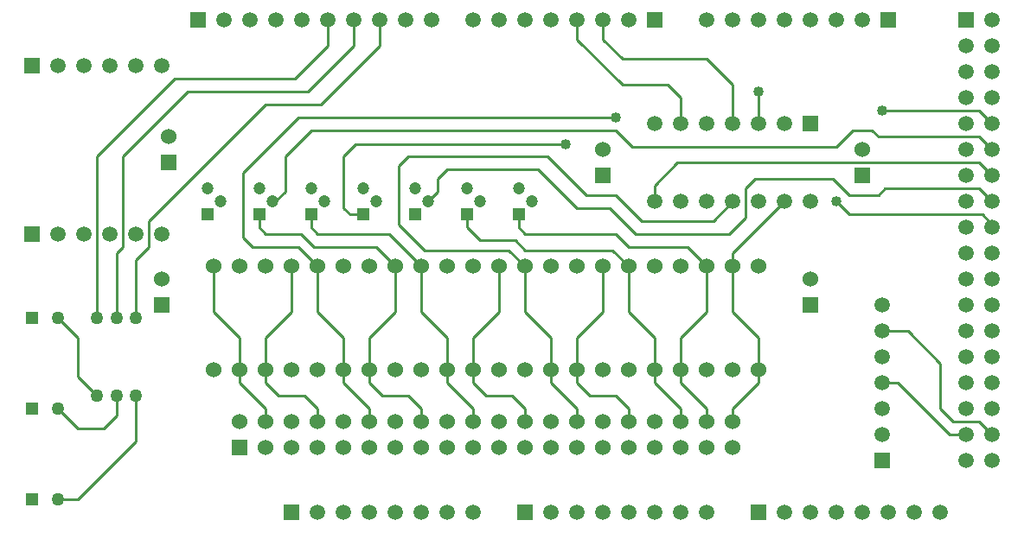
<source format=gtl>
G04 DipTrace 4.3.0.2*
G04 1 - Top.gbr*
%MOIN*%
G04 #@! TF.FileFunction,Copper,L1,Top*
G04 #@! TF.Part,Single*
G04 #@! TA.AperFunction,Conductor*
%ADD10C,0.01*%
G04 #@! TA.AperFunction,ComponentPad*
%ADD17C,0.06*%
%ADD18R,0.06X0.06*%
%ADD19C,0.05*%
%ADD20R,0.05X0.05*%
%ADD21R,0.059055X0.059055*%
%ADD23C,0.059055*%
%ADD24R,0.047244X0.047244*%
%ADD26C,0.047244*%
%ADD27C,0.06*%
%ADD28C,0.05*%
G04 #@! TA.AperFunction,ViaPad*
%ADD29C,0.04*%
%FSLAX26Y26*%
G04*
G70*
G90*
G75*
G01*
G04 Top*
%LPD*%
X2300000Y2000000D2*
D10*
Y1925000D1*
X2375000Y1850000D1*
X2700000D1*
X2800000Y1750000D1*
Y1600000D1*
X2200000Y2000000D2*
Y1925000D1*
X2375000Y1750000D1*
X2550000D1*
X2600000Y1700000D1*
Y1600000D1*
X500000Y850000D2*
Y1075000D1*
X550000Y1125000D1*
Y1225000D1*
X1000000Y1675000D1*
X1212500D1*
X1440000Y1902500D1*
Y2000000D1*
X425000Y850000D2*
Y1100000D1*
X450000Y1125000D1*
Y1475000D1*
X700000Y1725000D1*
X1162500D1*
X1340000Y1902500D1*
Y2000000D1*
X350000Y850000D2*
Y1475000D1*
X650000Y1775000D1*
X1112500D1*
X1240000Y1902500D1*
Y2000000D1*
X3800000Y1600000D2*
X3750000Y1650000D1*
X3375000D1*
X3800000Y1500000D2*
X3750000Y1550000D1*
X3362500D1*
X3337500Y1575000D1*
X3262500D1*
X3200000Y1512500D1*
X2412500D1*
X2350000Y1575000D1*
X1175000D1*
X1075000Y1475000D1*
Y1337500D1*
X1037500Y1300000D1*
X1025000D1*
X3800000Y1400000D2*
X3750000Y1450000D1*
X2587500D1*
X2500000Y1362500D1*
Y1300000D1*
X3800000D2*
X3750000Y1350000D1*
X3387500D1*
X3362500Y1325000D1*
X3250000D1*
X3187500Y1387500D1*
X2887500D1*
X2850000Y1350000D1*
Y1237500D1*
X2787500Y1175000D1*
X2425000D1*
X2325000Y1275000D1*
X2200000D1*
X2050000Y1425000D1*
X1700000D1*
X1662500Y1387500D1*
Y1337500D1*
X1625000Y1300000D1*
X3800000Y1200000D2*
Y1212500D1*
X3762500Y1250000D1*
X3250000D1*
X3200000Y1300000D1*
X3375000Y600000D2*
X3437500D1*
X3637500Y400000D1*
X3700000D1*
X3375000Y800000D2*
X3475000D1*
X3600000Y675000D1*
Y500000D1*
X3650000Y450000D1*
X3750000D1*
X3800000Y400000D1*
X500000Y550000D2*
Y375000D1*
X275000Y150000D1*
X200000D1*
X350000Y550000D2*
X275000Y625000D1*
Y775000D1*
X200000Y850000D1*
X425000Y550000D2*
Y475000D1*
X375000Y425000D1*
X275000D1*
X200000Y500000D1*
X2000000Y1050000D2*
Y875000D1*
X2100000Y775000D1*
Y650000D1*
Y600000D1*
X2200000Y500000D1*
Y450000D1*
X2000000Y1050000D2*
X1937500Y1112500D1*
X1612500D1*
X1512500Y1212500D1*
Y1437500D1*
X1550000Y1475000D1*
X2087500D1*
X2237500Y1325000D1*
X2350000D1*
X2450000Y1225000D1*
X2725000D1*
X2800000Y1300000D1*
X2700000Y1050000D2*
Y875000D1*
X2600000Y775000D1*
Y650000D1*
Y600000D1*
X2700000Y500000D1*
Y450000D1*
X1975000Y1250000D2*
Y1200000D1*
X2000000Y1175000D1*
X2350000D1*
X2400000Y1125000D1*
X2625000D1*
X2700000Y1050000D1*
X1900000D2*
Y875000D1*
X1800000Y775000D1*
Y650000D1*
Y600000D1*
X1850000Y550000D1*
X1950000D1*
X2000000Y500000D1*
Y450000D1*
X2155083Y1519917D2*
X1344917D1*
X1300000Y1475000D1*
Y1275000D1*
X1325000Y1250000D1*
X1375000D1*
X2800000Y1050000D2*
Y875000D1*
X2900000Y775000D1*
Y650000D1*
Y600000D1*
X2800000Y500000D1*
Y450000D1*
Y1050000D2*
Y1100000D1*
X3000000Y1300000D1*
X1600000Y1050000D2*
Y875000D1*
X1700000Y775000D1*
Y650000D1*
Y600000D1*
X1800000Y500000D1*
Y450000D1*
X1175000Y1250000D2*
Y1200000D1*
X1200000Y1175000D1*
X1475000D1*
X1600000Y1050000D1*
X1000000Y650000D2*
Y775000D1*
X1100000Y875000D1*
Y1050000D1*
X1000000Y650000D2*
Y600000D1*
X1050000Y550000D1*
X1150000D1*
X1200000Y500000D1*
Y450000D1*
Y1050000D2*
Y875000D1*
X1300000Y775000D1*
Y650000D1*
Y600000D1*
X1400000Y500000D1*
Y450000D1*
X1200000Y1050000D2*
X1125000Y1125000D1*
X950000D1*
X912500Y1162500D1*
Y1412500D1*
X1125000Y1625000D1*
X2350000D1*
X2400000Y1050000D2*
Y875000D1*
X2500000Y775000D1*
Y650000D1*
Y600000D1*
X2600000Y500000D1*
Y450000D1*
X1775000Y1250000D2*
Y1200000D1*
X1825000Y1150000D1*
X1962500D1*
X2000000Y1112500D1*
X2337500D1*
X2400000Y1050000D1*
X900000Y650000D2*
Y775000D1*
X800000Y875000D1*
Y1050000D1*
X900000Y650000D2*
Y600000D1*
X1000000Y500000D1*
Y450000D1*
X2900000Y1725000D2*
Y1600000D1*
X2300000Y1050000D2*
Y875000D1*
X2200000Y775000D1*
Y650000D1*
Y600000D1*
X2250000Y550000D1*
X2350000D1*
X2400000Y500000D1*
Y450000D1*
X1400000Y650000D2*
Y775000D1*
X1500000Y875000D1*
Y1050000D1*
X1400000Y650000D2*
Y600000D1*
X1450000Y550000D1*
X1550000D1*
X1600000Y500000D1*
Y450000D1*
X975000Y1250000D2*
Y1200000D1*
X1000000Y1175000D1*
X1135000D1*
X1185000Y1125000D1*
X1425000D1*
X1500000Y1050000D1*
D29*
X3375000Y1650000D3*
X3200000Y1300000D3*
X2155083Y1519917D3*
X2350000Y1625000D3*
X2900000Y1725000D3*
D17*
X3300000Y1500000D3*
D18*
Y1400000D3*
D17*
X2300000Y1500000D3*
D18*
Y1400000D3*
D17*
X625000Y1550000D3*
D18*
Y1450000D3*
X600000Y900000D3*
D17*
Y1000000D3*
D18*
X3100000Y900000D3*
D17*
Y1000000D3*
D19*
X200000Y150000D3*
D20*
X100000D3*
D19*
X200000Y500000D3*
D20*
X100000D3*
D19*
X200000Y850000D3*
D20*
X100000D3*
D17*
X2800000Y350000D3*
X2700000D3*
X2600000D3*
X2500000D3*
X2400000D3*
X2300000D3*
X2200000D3*
X2100000D3*
X2000000D3*
X1900000D3*
X1800000D3*
X1700000D3*
X1600000D3*
X1500000D3*
X1400000D3*
X1300000D3*
X1200000D3*
X1100000D3*
X1000000D3*
D18*
X900000D3*
D17*
Y450000D3*
X1000000D3*
X1100000D3*
X1200000D3*
X1300000D3*
X1400000D3*
X1500000D3*
X1600000D3*
X1700000D3*
X1800000D3*
X1900000D3*
X2000000D3*
X2100000D3*
X2200000D3*
X2300000D3*
X2400000D3*
X2500000D3*
X2600000D3*
X2700000D3*
X2800000D3*
D21*
X2000000Y100000D3*
D23*
X2100000D3*
X2200000D3*
X2300000D3*
X2400000D3*
X2500000D3*
X2600000D3*
X2700000D3*
D21*
X1100000D3*
D23*
X1200000D3*
X1300000D3*
X1400000D3*
X1500000D3*
X1600000D3*
X1700000D3*
X1800000D3*
D21*
X2500000Y2000000D3*
D23*
X2400000D3*
X2300000D3*
X2200000D3*
X2100000D3*
X2000000D3*
X1900000D3*
X1800000D3*
D21*
X740000D3*
D23*
X840000D3*
X940000D3*
X1040000D3*
X1140000D3*
X1240000D3*
X1340000D3*
X1440000D3*
X1540000D3*
X1640000D3*
D21*
X2900000Y100000D3*
D23*
X3000000D3*
X3100000D3*
X3200000D3*
X3300000D3*
X3400000D3*
X3500000D3*
X3600000D3*
D21*
X3400000Y2000000D3*
D23*
X3300000D3*
X3200000D3*
X3100000D3*
X3000000D3*
X2900000D3*
X2800000D3*
X2700000D3*
D21*
X3700000D3*
D23*
X3800000D3*
X3700000Y1900000D3*
X3800000D3*
X3700000Y1800000D3*
X3800000D3*
X3700000Y1700000D3*
X3800000D3*
X3700000Y1600000D3*
X3800000D3*
X3700000Y1500000D3*
X3800000D3*
X3700000Y1400000D3*
X3800000D3*
X3700000Y1300000D3*
X3800000D3*
X3700000Y1200000D3*
X3800000D3*
X3700000Y1100000D3*
X3800000D3*
X3700000Y1000000D3*
X3800000D3*
X3700000Y900000D3*
X3800000D3*
X3700000Y800000D3*
X3800000D3*
X3700000Y700000D3*
X3800000D3*
X3700000Y600000D3*
X3800000D3*
X3700000Y500000D3*
X3800000D3*
X3700000Y400000D3*
X3800000D3*
X3700000Y300000D3*
X3800000D3*
D21*
X100000Y1175000D3*
D23*
X200000D3*
X300000D3*
X400000D3*
X500000D3*
X600000D3*
D21*
X100000Y1825000D3*
D23*
X200000D3*
X300000D3*
X400000D3*
X500000D3*
X600000D3*
D21*
X3375000Y300000D3*
D23*
Y400000D3*
Y500000D3*
Y600000D3*
Y700000D3*
Y800000D3*
Y900000D3*
D24*
X1775000Y1250000D3*
D26*
X1825000Y1300000D3*
X1775000Y1350000D3*
D24*
X1975000Y1250000D3*
D26*
X2025000Y1300000D3*
X1975000Y1350000D3*
D24*
X1575000Y1250000D3*
D26*
X1625000Y1300000D3*
X1575000Y1350000D3*
D24*
X1175000Y1250000D3*
D26*
X1225000Y1300000D3*
X1175000Y1350000D3*
D24*
X1375000Y1250000D3*
D26*
X1425000Y1300000D3*
X1375000Y1350000D3*
D24*
X975000Y1250000D3*
D26*
X1025000Y1300000D3*
X975000Y1350000D3*
D24*
X775000Y1250000D3*
D26*
X825000Y1300000D3*
X775000Y1350000D3*
D17*
X2900000Y1050000D3*
D27*
Y650000D3*
D17*
X2800000Y1050000D3*
D27*
Y650000D3*
D17*
X2600000Y1050000D3*
D27*
Y650000D3*
D17*
X2700000Y1050000D3*
D27*
Y650000D3*
D17*
X2500000Y1050000D3*
D27*
Y650000D3*
D17*
X2400000Y1050000D3*
D27*
Y650000D3*
D17*
X2200000Y1050000D3*
D27*
Y650000D3*
D17*
X2300000Y1050000D3*
D27*
Y650000D3*
D17*
X2100000Y1050000D3*
D27*
Y650000D3*
D17*
X1800000Y1050000D3*
D27*
Y650000D3*
D17*
X1900000Y1050000D3*
D27*
Y650000D3*
D17*
X1700000Y1050000D3*
D27*
Y650000D3*
D17*
X1600000Y1050000D3*
D27*
Y650000D3*
D17*
X1400000Y1050000D3*
D27*
Y650000D3*
D17*
X1500000Y1050000D3*
D27*
Y650000D3*
D17*
X1300000Y1050000D3*
D27*
Y650000D3*
D17*
X1200000Y1050000D3*
D27*
Y650000D3*
D17*
X1000000Y1050000D3*
D27*
Y650000D3*
D17*
X1100000Y1050000D3*
D27*
Y650000D3*
D17*
X900000Y1050000D3*
D27*
Y650000D3*
D17*
X800000Y1050000D3*
D27*
Y650000D3*
D17*
X2000000Y1050000D3*
D27*
Y650000D3*
D19*
X500000Y850000D3*
D28*
Y550000D3*
D19*
X425000Y850000D3*
D28*
Y550000D3*
D19*
X350000Y850000D3*
D28*
Y550000D3*
D21*
X3100000Y1600000D3*
D23*
X3000000D3*
X2900000D3*
X2800000D3*
X2700000D3*
X2600000D3*
X2500000D3*
Y1300000D3*
X2600000D3*
X2700000D3*
X2800000D3*
X2900000D3*
X3000000D3*
X3100000D3*
M02*

</source>
